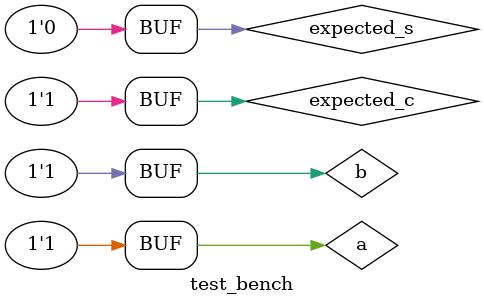
<source format=v>
`include "HA.v"					// Importing Half Adder module

module test_bench;
    reg a,b;					 // Declaring regs and wires
    wire c,s;
    reg expected_s,expected_c;		// Declaring expected_s and expected_c as reg

    half_adder test(.a(a),.b(b),.c(c),.s(s));		// Instantiating an object of the half_adder module
    initial									
        begin										// Begining test cases with a delay of 10 (correct values of s and c are in expected_s and expected_c)
            a=0;b=0;expected_s=0;expected_c=0;
            #10 a=1;b=0;expected_s=1;expected_c=0;
            #10 a=0;b=1;expected_s=1;expected_c=0;
            #10 a=1;b=1;expected_s=0;expected_c=1;
        end
    initial
        $monitor("a=%b b=%b \t c=%b s=%b \t expected c=%b expected s=%b \t time=%0d",a,b,c,s,expected_c,expected_s,$time);		// Monitor for showing the output by the half adder
endmodule




</source>
